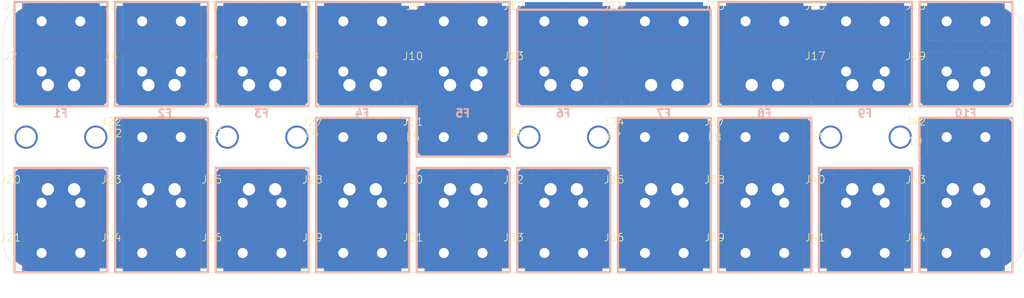
<source format=kicad_pcb>
(kicad_pcb (version 20240108) (generator "pcbnew") (generator_version "8.0")
  (layers (0 "F.Cu" signal) (31 "B.Cu" signal) (34 "B.Paste" user) (35 "F.Paste" user) (36 "B.SilkS" user "B.Silkscreen") (37 "F.SilkS" user "F.Silkscreen") (38 "B.Mask" user) (39 "F.Mask" user) (44 "Edge.Cuts" user))
  (net 0 "")
  (net 1 "Net-(J1-Pin_1)")
  (net 2 "Net-(J20-Pin_1)")
  (net 3 "Net-(J22-Pin_1)")
  (net 4 "Net-(J3-Pin_1)")
  (net 5 "Net-(J5-Pin_1)")
  (net 6 "Net-(J25-Pin_1)")
  (net 7 "Net-(J27-Pin_1)")
  (net 8 "Net-(J10-Pin_1)")
  (net 9 "Net-(J30-Pin_1)")
  (net 10 "Net-(J32-Pin_1)")
  (net 11 "Net-(J12-Pin_1)")
  (net 12 "Net-(J34-Pin_1)")
  (net 13 "Net-(J37-Pin_1)")
  (net 14 "Net-(J15-Pin_1)")
  (net 15 "Net-(J40-Pin_1)")
  (net 16 "Net-(J42-Pin_1)")
  (net 17 "Net-(J18-Pin_1)")
  (footprint "Connector:Connector_Blade" (layer "F.Cu") (at 93.5 115)
    (property "Reference" "J24" (at -4 -2 0) (layer "F.SilkS") (effects (font (thickness 0.1))))
    (property "Value" "Conn_01x01")
    (pad "1" thru_hole rect (at 0 0) (size 5 5) (drill 1.3) (layers "*.Cu" "*.Mask") (net 3 "Net-(J22-Pin_1)"))
    (pad "1" thru_hole rect (at 5 0) (size 5 5) (drill 1.3) (layers "*.Cu" "*.Mask") (net 3 "Net-(J22-Pin_1)"))
  )
  (footprint "Connector:Connector_Fuse_Keystone_3557" (layer "F.Cu") (at 94.3 106.75)
    (property "Reference" "F2" (at -4.3 -7.25 0) (layer "F.SilkS") (effects (font (thickness 0.1))))
    (property "Value" "Fuse")
    (pad "1" thru_hole rect (at 0 -13.5) (size 5 5) (drill 1.6) (layers "*.Cu" "*.Mask") (net 4 "Net-(J3-Pin_1)"))
    (pad "1" thru_hole rect (at 3.4 -13.5) (size 5 5) (drill 1.6) (layers "*.Cu" "*.Mask") (net 4 "Net-(J3-Pin_1)"))
    (pad "2" thru_hole rect (at 0 0) (size 5 5) (drill 1.6) (layers "*.Cu" "*.Mask") (net 3 "Net-(J22-Pin_1)"))
    (pad "2" thru_hole rect (at 3.4 0) (size 5 5) (drill 1.6) (layers "*.Cu" "*.Mask") (net 3 "Net-(J22-Pin_1)"))
  )
  (footprint "Connector:Connector_Blade" (layer "F.Cu") (at 132.5 115)
    (property "Reference" "J31" (at -4 -2 0) (layer "F.SilkS") (effects (font (thickness 0.1))))
    (property "Value" "Conn_01x01")
    (pad "1" thru_hole rect (at 0 0) (size 5 5) (drill 1.3) (layers "*.Cu" "*.Mask") (net 9 "Net-(J30-Pin_1)"))
    (pad "1" thru_hole rect (at 5 0) (size 5 5) (drill 1.3) (layers "*.Cu" "*.Mask") (net 9 "Net-(J30-Pin_1)"))
  )
  (footprint "Connector:Connector_Blade" (layer "F.Cu") (at 145.5 85)
    (property "Reference" "J12" (at -4 -2 0) (layer "F.SilkS") (effects (font (thickness 0.1))))
    (property "Value" "Conn_01x01")
    (pad "1" thru_hole rect (at 0 0) (size 5 5) (drill 1.3) (layers "*.Cu" "*.Mask") (net 11 "Net-(J12-Pin_1)"))
    (pad "1" thru_hole rect (at 5 0) (size 5 5) (drill 1.3) (layers "*.Cu" "*.Mask") (net 11 "Net-(J12-Pin_1)"))
  )
  (footprint "Connector:Connector_Blade" (layer "F.Cu") (at 197.5 108.5)
    (property "Reference" "J43" (at -4 -3 0) (layer "F.SilkS") (effects (font (thickness 0.1))))
    (property "Value" "Conn_01x01")
    (pad "1" thru_hole rect (at 0 0) (size 5 5) (drill 1.3) (layers "*.Cu" "*.Mask") (net 16 "Net-(J42-Pin_1)"))
    (pad "1" thru_hole rect (at 5 0) (size 5 5) (drill 1.3) (layers "*.Cu" "*.Mask") (net 16 "Net-(J42-Pin_1)"))
  )
  (footprint "Connector:Connector_Blade" (layer "F.Cu") (at 80.5 85)
    (property "Reference" "J1" (at -4 -2 0) (layer "F.SilkS") (effects (font (thickness 0.1))))
    (property "Value" "Conn_01x01")
    (pad "1" thru_hole rect (at 0 0) (size 5 5) (drill 1.3) (layers "*.Cu" "*.Mask") (net 1 "Net-(J1-Pin_1)"))
    (pad "1" thru_hole rect (at 5 0) (size 5 5) (drill 1.3) (layers "*.Cu" "*.Mask") (net 1 "Net-(J1-Pin_1)"))
  )
  (footprint "Connector:Connector_Blade" (layer "F.Cu") (at 106.5 115)
    (property "Reference" "J26" (at -4 -2 0) (layer "F.SilkS") (effects (font (thickness 0.1))))
    (property "Value" "Conn_01x01")
    (pad "1" thru_hole rect (at 0 0) (size 5 5) (drill 1.3) (layers "*.Cu" "*.Mask") (net 6 "Net-(J25-Pin_1)"))
    (pad "1" thru_hole rect (at 5 0) (size 5 5) (drill 1.3) (layers "*.Cu" "*.Mask") (net 6 "Net-(J25-Pin_1)"))
  )
  (footprint "Connector:Connector_Blade" (layer "F.Cu") (at 184.5 91.5)
    (property "Reference" "J17" (at -4 -2 0) (layer "F.SilkS") (effects (font (thickness 0.1))))
    (property "Value" "Conn_01x01")
    (pad "1" thru_hole rect (at 0 0) (size 5 5) (drill 1.3) (layers "*.Cu" "*.Mask") (net 14 "Net-(J15-Pin_1)"))
    (pad "1" thru_hole rect (at 5 0) (size 5 5) (drill 1.3) (layers "*.Cu" "*.Mask") (net 14 "Net-(J15-Pin_1)"))
  )
  (footprint "Connector:Connector_Blade" (layer "F.Cu") (at 132.5 108.5)
    (property "Reference" "J30" (at -4 -3 0) (layer "F.SilkS") (effects (font (thickness 0.1))))
    (property "Value" "Conn_01x01")
    (pad "1" thru_hole rect (at 0 0) (size 5 5) (drill 1.3) (layers "*.Cu" "*.Mask") (net 9 "Net-(J30-Pin_1)"))
    (pad "1" thru_hole rect (at 5 0) (size 5 5) (drill 1.3) (layers "*.Cu" "*.Mask") (net 9 "Net-(J30-Pin_1)"))
  )
  (footprint "Connector:Connector_Blade" (layer "F.Cu") (at 106.5 108.5)
    (property "Reference" "J25" (at -4 -3 0) (layer "F.SilkS") (effects (font (thickness 0.1))))
    (property "Value" "Conn_01x01")
    (pad "1" thru_hole rect (at 0 0) (size 5 5) (drill 1.3) (layers "*.Cu" "*.Mask") (net 6 "Net-(J25-Pin_1)"))
    (pad "1" thru_hole rect (at 5 0) (size 5 5) (drill 1.3) (layers "*.Cu" "*.Mask") (net 6 "Net-(J25-Pin_1)"))
  )
  (footprint "Connector:Connector_Blade" (layer "F.Cu") (at 93.5 91.5)
    (property "Reference" "J4" (at -4 -2 0) (layer "F.SilkS") (effects (font (thickness 0.1))))
    (property "Value" "Conn_01x01")
    (pad "1" thru_hole rect (at 0 0) (size 5 5) (drill 1.3) (layers "*.Cu" "*.Mask") (net 4 "Net-(J3-Pin_1)"))
    (pad "1" thru_hole rect (at 5 0) (size 5 5) (drill 1.3) (layers "*.Cu" "*.Mask") (net 4 "Net-(J3-Pin_1)"))
  )
  (footprint "Connector:Connector_Fuse_Keystone_3557" (layer "F.Cu") (at 133.3 106.75)
    (property "Reference" "F5" (at -4.8 -6.75 0) (layer "F.SilkS") (effects (font (thickness 0.1))))
    (property "Value" "Fuse")
    (pad "1" thru_hole rect (at 0 -13.5) (size 5 5) (drill 1.6) (layers "*.Cu" "*.Mask") (net 8 "Net-(J10-Pin_1)"))
    (pad "1" thru_hole rect (at 3.4 -13.5) (size 5 5) (drill 1.6) (layers "*.Cu" "*.Mask") (net 8 "Net-(J10-Pin_1)"))
    (pad "2" thru_hole rect (at 0 0) (size 5 5) (drill 1.6) (layers "*.Cu" "*.Mask") (net 9 "Net-(J30-Pin_1)"))
    (pad "2" thru_hole rect (at 3.4 0) (size 5 5) (drill 1.6) (layers "*.Cu" "*.Mask") (net 9 "Net-(J30-Pin_1)"))
  )
  (footprint "Connector:Connector_Blade" (layer "F.Cu") (at 119.5 85)
    (property "Reference" "J7" (at -4 -2 0) (layer "F.SilkS") (effects (font (thickness 0.1))))
    (property "Value" "Conn_01x01")
    (pad "1" thru_hole rect (at 0 0) (size 5 5) (drill 1.3) (layers "*.Cu" "*.Mask") (net 8 "Net-(J10-Pin_1)"))
    (pad "1" thru_hole rect (at 5 0) (size 5 5) (drill 1.3) (layers "*.Cu" "*.Mask") (net 8 "Net-(J10-Pin_1)"))
  )
  (footprint "Connector:Connector_Blade" (layer "F.Cu") (at 184.5 85)
    (property "Reference" "J16" (at -4 -2 0) (layer "F.SilkS") (effects (font (thickness 0.1))))
    (property "Value" "Conn_01x01")
    (pad "1" thru_hole rect (at 0 0) (size 5 5) (drill 1.3) (layers "*.Cu" "*.Mask") (net 14 "Net-(J15-Pin_1)"))
    (pad "1" thru_hole rect (at 5 0) (size 5 5) (drill 1.3) (layers "*.Cu" "*.Mask") (net 14 "Net-(J15-Pin_1)"))
  )
  (footprint "Connector:Connector_Blade" (layer "F.Cu") (at 119.5 100)
    (property "Reference" "J27" (at -4 -2 0) (layer "F.SilkS") (effects (font (thickness 0.1))))
    (property "Value" "Conn_01x01")
    (pad "1" thru_hole rect (at 0 0) (size 5 5) (drill 1.3) (layers "*.Cu" "*.Mask") (net 7 "Net-(J27-Pin_1)"))
    (pad "1" thru_hole rect (at 5 0) (size 5 5) (drill 1.3) (layers "*.Cu" "*.Mask") (net 7 "Net-(J27-Pin_1)"))
  )
  (footprint "Connector:Connector_Fuse_Keystone_3557" (layer "F.Cu") (at 107.3 106.75)
    (property "Reference" "F3" (at -4.3 -7.25 0) (layer "F.SilkS") (effects (font (thickness 0.1))))
    (property "Value" "Fuse")
    (pad "1" thru_hole rect (at 0 -13.5) (size 5 5) (drill 1.6) (layers "*.Cu" "*.Mask") (net 5 "Net-(J5-Pin_1)"))
    (pad "1" thru_hole rect (at 3.4 -13.5) (size 5 5) (drill 1.6) (layers "*.Cu" "*.Mask") (net 5 "Net-(J5-Pin_1)"))
    (pad "2" thru_hole rect (at 0 0) (size 5 5) (drill 1.6) (layers "*.Cu" "*.Mask") (net 6 "Net-(J25-Pin_1)"))
    (pad "2" thru_hole rect (at 3.4 0) (size 5 5) (drill 1.6) (layers "*.Cu" "*.Mask") (net 6 "Net-(J25-Pin_1)"))
  )
  (footprint "Connector:Connector_Fuse_Keystone_3557" (layer "F.Cu") (at 120.3 106.75)
    (property "Reference" "F4" (at -4.8 -7.25 0) (layer "F.SilkS") (effects (font (thickness 0.1))))
    (property "Value" "Fuse")
    (pad "1" thru_hole rect (at 0 -13.5) (size 5 5) (drill 1.6) (layers "*.Cu" "*.Mask") (net 8 "Net-(J10-Pin_1)"))
    (pad "1" thru_hole rect (at 3.4 -13.5) (size 5 5) (drill 1.6) (layers "*.Cu" "*.Mask") (net 8 "Net-(J10-Pin_1)"))
    (pad "2" thru_hole rect (at 0 0) (size 5 5) (drill 1.6) (layers "*.Cu" "*.Mask") (net 7 "Net-(J27-Pin_1)"))
    (pad "2" thru_hole rect (at 3.4 0) (size 5 5) (drill 1.6) (layers "*.Cu" "*.Mask") (net 7 "Net-(J27-Pin_1)"))
  )
  (footprint "Connector:Connector_Blade" (layer "F.Cu") (at 158.5 115)
    (property "Reference" "J36" (at -4 -2 0) (layer "F.SilkS") (effects (font (thickness 0.1))))
    (property "Value" "Conn_01x01")
    (pad "1" thru_hole rect (at 0 0) (size 5 5) (drill 1.3) (layers "*.Cu" "*.Mask") (net 12 "Net-(J34-Pin_1)"))
    (pad "1" thru_hole rect (at 5 0) (size 5 5) (drill 1.3) (layers "*.Cu" "*.Mask") (net 12 "Net-(J34-Pin_1)"))
  )
  (footprint "Connector:Connector_Blade" (layer "F.Cu") (at 197.5 100)
    (property "Reference" "J42" (at -4 -2 0) (layer "F.SilkS") (effects (font (thickness 0.1))))
    (property "Value" "Conn_01x01")
    (pad "1" thru_hole rect (at 0 0) (size 5 5) (drill 1.3) (layers "*.Cu" "*.Mask") (net 16 "Net-(J42-Pin_1)"))
    (pad "1" thru_hole rect (at 5 0) (size 5 5) (drill 1.3) (layers "*.Cu" "*.Mask") (net 16 "Net-(J42-Pin_1)"))
  )
  (footprint "Connector:Connector_Blade" (layer "F.Cu") (at 80.5 108.5)
    (property "Reference" "J20" (at -4 -3 0) (layer "F.SilkS") (effects (font (thickness 0.1))))
    (property "Value" "Conn_01x01")
    (pad "1" thru_hole rect (at 0 0) (size 5 5) (drill 1.3) (layers "*.Cu" "*.Mask") (net 2 "Net-(J20-Pin_1)"))
    (pad "1" thru_hole rect (at 5 0) (size 5 5) (drill 1.3) (layers "*.Cu" "*.Mask") (net 2 "Net-(J20-Pin_1)"))
  )
  (footprint "Connector:Connector_Blade" (layer "F.Cu") (at 197.5 91.5)
    (property "Reference" "J19" (at -4 -2 0) (layer "F.SilkS") (effects (font (thickness 0.1))))
    (property "Value" "Conn_01x01")
    (pad "1" thru_hole rect (at 0 0) (size 5 5) (drill 1.3) (layers "*.Cu" "*.Mask") (net 17 "Net-(J18-Pin_1)"))
    (pad "1" thru_hole rect (at 5 0) (size 5 5) (drill 1.3) (layers "*.Cu" "*.Mask") (net 17 "Net-(J18-Pin_1)"))
  )
  (footprint "Connector:Connector_Fuse_Keystone_3557" (layer "F.Cu") (at 172.3 106.75)
    (property "Reference" "F8" (at -4.8 -6.75 0) (layer "F.SilkS") (effects (font (thickness 0.1))))
    (property "Value" "Fuse")
    (pad "1" thru_hole rect (at 0 -13.5) (size 5 5) (drill 1.6) (layers "*.Cu" "*.Mask") (net 14 "Net-(J15-Pin_1)"))
    (pad "1" thru_hole rect (at 3.4 -13.5) (size 5 5) (drill 1.6) (layers "*.Cu" "*.Mask") (net 14 "Net-(J15-Pin_1)"))
    (pad "2" thru_hole rect (at 0 0) (size 5 5) (drill 1.6) (layers "*.Cu" "*.Mask") (net 13 "Net-(J37-Pin_1)"))
    (pad "2" thru_hole rect (at 3.4 0) (size 5 5) (drill 1.6) (layers "*.Cu" "*.Mask") (net 13 "Net-(J37-Pin_1)"))
  )
  (footprint "Connector:Connector_Blade" (layer "F.Cu") (at 119.5 91.5)
    (property "Reference" "J8" (at -4 -2 0) (layer "F.SilkS") (effects (font (thickness 0.1))))
    (property "Value" "Conn_01x01")
    (pad "1" thru_hole rect (at 0 0) (size 5 5) (drill 1.3) (layers "*.Cu" "*.Mask") (net 8 "Net-(J10-Pin_1)"))
    (pad "1" thru_hole rect (at 5 0) (size 5 5) (drill 1.3) (layers "*.Cu" "*.Mask") (net 8 "Net-(J10-Pin_1)"))
  )
  (footprint "Connector:Connector_Blade" (layer "F.Cu") (at 132.5 91.5)
    (property "Reference" "J10" (at -4 -2 0) (layer "F.SilkS") (effects (font (thickness 0.1))))
    (property "Value" "Conn_01x01")
    (pad "1" thru_hole rect (at 0 0) (size 5 5) (drill 1.3) (layers "*.Cu" "*.Mask") (net 8 "Net-(J10-Pin_1)"))
    (pad "1" thru_hole rect (at 5 0) (size 5 5) (drill 1.3) (layers "*.Cu" "*.Mask") (net 8 "Net-(J10-Pin_1)"))
  )
  (footprint "Connector:Connector_Blade" (layer "F.Cu") (at 93.5 108.5)
    (property "Reference" "J23" (at -4 -3 0) (layer "F.SilkS") (effects (font (thickness 0.1))))
    (property "Value" "Conn_01x01")
    (pad "1" thru_hole rect (at 0 0) (size 5 5) (drill 1.3) (layers "*.Cu" "*.Mask") (net 3 "Net-(J22-Pin_1)"))
    (pad "1" thru_hole rect (at 5 0) (size 5 5) (drill 1.3) (layers "*.Cu" "*.Mask") (net 3 "Net-(J22-Pin_1)"))
  )
  (footprint "Connector:Connector_Fuse_Keystone_3557" (layer "F.Cu") (at 159.3 106.75)
    (property "Reference" "F7" (at -4.8 -6.75 0) (layer "F.SilkS") (effects (font (thickness 0.1))))
    (property "Value" "Fuse")
    (pad "1" thru_hole rect (at 0 -13.5) (size 5 5) (drill 1.6) (layers "*.Cu" "*.Mask") (net 11 "Net-(J12-Pin_1)"))
    (pad "1" thru_hole rect (at 3.4 -13.5) (size 5 5) (drill 1.6) (layers "*.Cu" "*.Mask") (net 11 "Net-(J12-Pin_1)"))
    (pad "2" thru_hole rect (at 0 0) (size 5 5) (drill 1.6) (layers "*.Cu" "*.Mask") (net 12 "Net-(J34-Pin_1)"))
    (pad "2" thru_hole rect (at 3.4 0) (size 5 5) (drill 1.6) (layers "*.Cu" "*.Mask") (net 12 "Net-(J34-Pin_1)"))
  )
  (footprint "Connector:Connector_Blade" (layer "F.Cu") (at 132.5 100)
    (property "Reference" "J11" (at -4 -2 0) (layer "F.SilkS") (effects (font (thickness 0.1))))
    (property "Value" "Conn_01x01")
    (pad "1" thru_hole rect (at 0 0) (size 5 5) (drill 1.3) (layers "*.Cu" "*.Mask") (net 8 "Net-(J10-Pin_1)"))
    (pad "1" thru_hole rect (at 5 0) (size 5 5) (drill 1.3) (layers "*.Cu" "*.Mask") (net 8 "Net-(J10-Pin_1)"))
  )
  (footprint "Connector:Connector_Blade" (layer "F.Cu") (at 93.5 85)
    (property "Reference" "J3" (at -4 -2 0) (layer "F.SilkS") (effects (font (thickness 0.1))))
    (property "Value" "Conn_01x01")
    (pad "1" thru_hole rect (at 0 0) (size 5 5) (drill 1.3) (layers "*.Cu" "*.Mask") (net 4 "Net-(J3-Pin_1)"))
    (pad "1" thru_hole rect (at 5 0) (size 5 5) (drill 1.3) (layers "*.Cu" "*.Mask") (net 4 "Net-(J3-Pin_1)"))
  )
  (footprint "Connector:Connector_Blade" (layer "F.Cu") (at 80.5 91.5)
    (property "Reference" "J2" (at -4 -2 0) (layer "F.SilkS") (effects (font (thickness 0.1))))
    (property "Value" "Conn_01x01")
    (pad "1" thru_hole rect (at 0 0) (size 5 5) (drill 1.3) (layers "*.Cu" "*.Mask") (net 1 "Net-(J1-Pin_1)"))
    (pad "1" thru_hole rect (at 5 0) (size 5 5) (drill 1.3) (layers "*.Cu" "*.Mask") (net 1 "Net-(J1-Pin_1)"))
  )
  (footprint "Connector:Connector_Blade" (layer "F.Cu") (at 171.5 100)
    (property "Reference" "J37" (at -4 -2 0) (layer "F.SilkS") (effects (font (thickness 0.1))))
    (property "Value" "Conn_01x01")
    (pad "1" thru_hole rect (at 0 0) (size 5 5) (drill 1.3) (layers "*.Cu" "*.Mask") (net 13 "Net-(J37-Pin_1)"))
    (pad "1" thru_hole rect (at 5 0) (size 5 5) (drill 1.3) (layers "*.Cu" "*.Mask") (net 13 "Net-(J37-Pin_1)"))
  )
  (footprint "Connector:Connector_Blade" (layer "F.Cu") (at 106.5 91.5)
    (property "Reference" "J6" (at -4 -2 0) (layer "F.SilkS") (effects (font (thickness 0.1))))
    (property "Value" "Conn_01x01")
    (pad "1" thru_hole rect (at 0 0) (size 5 5) (drill 1.3) (layers "*.Cu" "*.Mask") (net 5 "Net-(J5-Pin_1)"))
    (pad "1" thru_hole rect (at 5 0) (size 5 5) (drill 1.3) (layers "*.Cu" "*.Mask") (net 5 "Net-(J5-Pin_1)"))
  )
  (footprint "Connector:Connector_Fuse_Keystone_3557" (layer "F.Cu") (at 81.3 106.75)
    (property "Reference" "F1" (at -3.8 -7.25 0) (layer "F.SilkS") (effects (font (thickness 0.1))))
    (property "Value" "Fuse")
    (pad "1" thru_hole rect (at 0 -13.5) (size 5 5) (drill 1.6) (layers "*.Cu" "*.Mask") (net 1 "Net-(J1-Pin_1)"))
    (pad "1" thru_hole rect (at 3.4 -13.5) (size 5 5) (drill 1.6) (layers "*.Cu" "*.Mask") (net 1 "Net-(J1-Pin_1)"))
    (pad "2" thru_hole rect (at 0 0) (size 5 5) (drill 1.6) (layers "*.Cu" "*.Mask") (net 2 "Net-(J20-Pin_1)"))
    (pad "2" thru_hole rect (at 3.4 0) (size 5 5) (drill 1.6) (layers "*.Cu" "*.Mask") (net 2 "Net-(J20-Pin_1)"))
  )
  (footprint "Connector:Connector_Blade" (layer "F.Cu") (at 80.5 115)
    (property "Reference" "J21" (at -4 -2 0) (layer "F.SilkS") (effects (font (thickness 0.1))))
    (property "Value" "Conn_01x01")
    (pad "1" thru_hole rect (at 0 0) (size 5 5) (drill 1.3) (layers "*.Cu" "*.Mask") (net 2 "Net-(J20-Pin_1)"))
    (pad "1" thru_hole rect (at 5 0) (size 5 5) (drill 1.3) (layers "*.Cu" "*.Mask") (net 2 "Net-(J20-Pin_1)"))
  )
  (footprint "Connector:Connector_Blade" (layer "F.Cu") (at 184.5 108.5)
    (property "Reference" "J40" (at -4 -3 0) (layer "F.SilkS") (effects (font (thickness 0.1))))
    (property "Value" "Conn_01x01")
    (pad "1" thru_hole rect (at 0 0) (size 5 5) (drill 1.3) (layers "*.Cu" "*.Mask") (net 15 "Net-(J40-Pin_1)"))
    (pad "1" thru_hole rect (at 5 0) (size 5 5) (drill 1.3) (layers "*.Cu" "*.Mask") (net 15 "Net-(J40-Pin_1)"))
  )
  (footprint "Connector:Connector_Fuse_Keystone_3557" (layer "F.Cu") (at 185.3 106.75)
    (property "Reference" "F9" (at -4.3 -6.75 0) (layer "F.SilkS") (effects (font (thickness 0.1))))
    (property "Value" "Fuse")
    (pad "1" thru_hole rect (at 0 -13.5) (size 5 5) (drill 1.6) (layers "*.Cu" "*.Mask") (net 14 "Net-(J15-Pin_1)"))
    (pad "1" thru_hole rect (at 3.4 -13.5) (size 5 5) (drill 1.6) (layers "*.Cu" "*.Mask") (net 14 "Net-(J15-Pin_1)"))
    (pad "2" thru_hole rect (at 0 0) (size 5 5) (drill 1.6) (layers "*.Cu" "*.Mask") (net 15 "Net-(J40-Pin_1)"))
    (pad "2" thru_hole rect (at 3.4 0) (size 5 5) (drill 1.6) (layers "*.Cu" "*.Mask") (net 15 "Net-(J40-Pin_1)"))
  )
  (footprint "Connector:Connector_Blade" (layer "F.Cu") (at 184.5 115)
    (property "Reference" "J41" (at -4 -2 0) (layer "F.SilkS") (effects (font (thickness 0.1))))
    (property "Value" "Conn_01x01")
    (pad "1" thru_hole rect (at 0 0) (size 5 5) (drill 1.3) (layers "*.Cu" "*.Mask") (net 15 "Net-(J40-Pin_1)"))
    (pad "1" thru_hole rect (at 5 0) (size 5 5) (drill 1.3) (layers "*.Cu" "*.Mask") (net 15 "Net-(J40-Pin_1)"))
  )
  (footprint "Connector:Connector_Blade" (layer "F.Cu") (at 145.5 91.5)
    (property "Reference" "J13" (at -4 -2 0) (layer "F.SilkS") (effects (font (thickness 0.1))))
    (property "Value" "Conn_01x01")
    (pad "1" thru_hole rect (at 0 0) (size 5 5) (drill 1.3) (layers "*.Cu" "*.Mask") (net 11 "Net-(J12-Pin_1)"))
    (pad "1" thru_hole rect (at 5 0) (size 5 5) (drill 1.3) (layers "*.Cu" "*.Mask") (net 11 "Net-(J12-Pin_1)"))
  )
  (footprint "Connector:Connector_Blade" (layer "F.Cu") (at 171.5 115)
    (property "Reference" "J39" (at -4 -2 0) (layer "F.SilkS") (effects (font (thickness 0.1))))
    (property "Value" "Conn_01x01")
    (pad "1" thru_hole rect (at 0 0) (size 5 5) (drill 1.3) (layers "*.Cu" "*.Mask") (net 13 "Net-(J37-Pin_1)"))
    (pad "1" thru_hole rect (at 5 0) (size 5 5) (drill 1.3) (layers "*.Cu" "*.Mask") (net 13 "Net-(J37-Pin_1)"))
  )
  (footprint "Connector:Connector_Blade" (layer "F.Cu") (at 171.5 85)
    (property "Reference" "J15" (at -4 -2 0) (layer "F.SilkS") (effects (font (thickness 0.1))))
    (property "Value" "Conn_01x01")
    (pad "1" thru_hole rect (at 0 0) (size 5 5) (drill 1.3) (layers "*.Cu" "*.Mask") (net 14 "Net-(J15-Pin_1)"))
    (pad "1" thru_hole rect (at 5 0) (size 5 5) (drill 1.3) (layers "*.Cu" "*.Mask") (net 14 "Net-(J15-Pin_1)"))
  )
  (footprint "Connector:Connector_Blade" (layer "F.Cu") (at 171.5 108.5)
    (property "Reference" "J38" (at -4 -3 0) (layer "F.SilkS") (effects (font (thickness 0.1))))
    (property "Value" "Conn_01x01")
    (pad "1" thru_hole rect (at 0 0) (size 5 5) (drill 1.3) (layers "*.Cu" "*.Mask") (net 13 "Net-(J37-Pin_1)"))
    (pad "1" thru_hole rect (at 5 0) (size 5 5) (drill 1.3) (layers "*.Cu" "*.Mask") (net 13 "Net-(J37-Pin_1)"))
  )
  (footprint "Connector:Connector_Blade" (layer "F.Cu") (at 158.5 100)
    (property "Reference" "J34" (at -4 -2 0) (layer "F.SilkS") (effects (font (thickness 0.1))))
    (property "Value" "Conn_01x01")
    (pad "1" thru_hole rect (at 0 0) (size 5 5) (drill 1.3) (layers "*.Cu" "*.Mask") (net 12 "Net-(J34-Pin_1)"))
    (pad "1" thru_hole rect (at 5 0) (size 5 5) (drill 1.3) (layers "*.Cu" "*.Mask") (net 12 "Net-(J34-Pin_1)"))
  )
  (footprint "Connector:Connector_Blade" (layer "F.Cu") (at 145.5 108.5)
    (property "Reference" "J32" (at -4 -3 0) (layer "F.SilkS") (effects (font (thickness 0.1))))
    (property "Value" "Conn_01x01")
    (pad "1" thru_hole rect (at 0 0) (size 5 5) (drill 1.3) (layers "*.Cu" "*.Mask") (net 10 "Net-(J32-Pin_1)"))
    (pad "1" thru_hole rect (at 5 0) (size 5 5) (drill 1.3) (layers "*.Cu" "*.Mask") (net 10 "Net-(J32-Pin_1)"))
  )
  (footprint "Connector:Connector_Blade" (layer "F.Cu") (at 106.5 85)
    (property "Reference" "J5" (at -4 -2 0) (layer "F.SilkS") (effects (font (thickness 0.1))))
    (property "Value" "Conn_01x01")
    (pad "1" thru_hole rect (at 0 0) (size 5 5) (drill 1.3) (layers "*.Cu" "*.Mask") (net 5 "Net-(J5-Pin_1)"))
    (pad "1" thru_hole rect (at 5 0) (size 5 5) (drill 1.3) (layers "*.Cu" "*.Mask") (net 5 "Net-(J5-Pin_1)"))
  )
  (footprint "Connector:Connector_Blade" (layer "F.Cu") (at 158.5 85)
    (property "Reference" "J14" (at -4 -2 0) (layer "F.SilkS") (effects (font (thickness 0.1))))
    (property "Value" "Conn_01x01")
    (pad "1" thru_hole rect (at 0 0) (size 5 5) (drill 1.3) (layers "*.Cu" "*.Mask") (net 11 "Net-(J12-Pin_1)"))
    (pad "1" thru_hole rect (at 5 0) (size 5 5) (drill 1.3) (layers "*.Cu" "*.Mask") (net 11 "Net-(J12-Pin_1)"))
  )
  (footprint "Connector:Connector_Blade" (layer "F.Cu") (at 119.5 115)
    (property "Reference" "J29" (at -4 -2 0) (layer "F.SilkS") (effects (font (thickness 0.1))))
    (property "Value" "Conn_01x01")
    (pad "1" thru_hole rect (at 0 0) (size 5 5) (drill 1.3) (layers "*.Cu" "*.Mask") (net 7 "Net-(J27-Pin_1)"))
    (pad "1" thru_hole rect (at 5 0) (size 5 5) (drill 1.3) (layers "*.Cu" "*.Mask") (net 7 "Net-(J27-Pin_1)"))
  )
  (footprint "Connector:Connector_Blade" (layer "F.Cu") (at 132.5 85)
    (property "Reference" "J9" (at -4 -2 0) (layer "F.SilkS") (effects (font (thickness 0.1))))
    (property "Value" "Conn_01x01")
    (pad "1" thru_hole rect (at 0 0) (size 5 5) (drill 1.3) (layers "*.Cu" "*.Mask") (net 8 "Net-(J10-Pin_1)"))
    (pad "1" thru_hole rect (at 5 0) (size 5 5) (drill 1.3) (layers "*.Cu" "*.Mask") (net 8 "Net-(J10-Pin_1)"))
  )
  (footprint "Connector:Connector_Fuse_Keystone_3557" (layer "F.Cu") (at 198.3 106.75)
    (property "Reference" "F10" (at -5.3 -6.25 0) (layer "F.SilkS") (effects (font (thickness 0.1))))
    (property "Value" "Fuse")
    (pad "1" thru_hole rect (at 0 -13.5) (size 5 5) (drill 1.6) (layers "*.Cu" "*.Mask") (net 17 "Net-(J18-Pin_1)"))
    (pad "1" thru_hole rect (at 3.4 -13.5) (size 5 5) (drill 1.6) (layers "*.Cu" "*.Mask") (net 17 "Net-(J18-Pin_1)"))
    (pad "2" thru_hole rect (at 0 0) (size 5 5) (drill 1.6) (layers "*.Cu" "*.Mask") (net 16 "Net-(J42-Pin_1)"))
    (pad "2" thru_hole rect (at 3.4 0) (size 5 5) (drill 1.6) (layers "*.Cu" "*.Mask") (net 16 "Net-(J42-Pin_1)"))
  )
  (footprint "Connector:Connector_Blade" (layer "F.Cu") (at 197.5 85)
    (property "Reference" "J18" (at -4 -2 0) (layer "F.SilkS") (effects (font (thickness 0.1))))
    (property "Value" "Conn_01x01")
    (pad "1" thru_hole rect (at 0 0) (size 5 5) (drill 1.3) (layers "*.Cu" "*.Mask") (net 17 "Net-(J18-Pin_1)"))
    (pad "1" thru_hole rect (at 5 0) (size 5 5) (drill 1.3) (layers "*.Cu" "*.Mask") (net 17 "Net-(J18-Pin_1)"))
  )
  (footprint "Connector:Connector_Blade" (layer "F.Cu") (at 158.5 108.5)
    (property "Reference" "J35" (at -4 -3 0) (layer "F.SilkS") (effects (font (thickness 0.1))))
    (property "Value" "Conn_01x01")
    (pad "1" thru_hole rect (at 0 0) (size 5 5) (drill 1.3) (layers "*.Cu" "*.Mask") (net 12 "Net-(J34-Pin_1)"))
    (pad "1" thru_hole rect (at 5 0) (size 5 5) (drill 1.3) (layers "*.Cu" "*.Mask") (net 12 "Net-(J34-Pin_1)"))
  )
  (footprint "Connector:Connector_Blade" (layer "F.Cu") (at 119.5 108.5)
    (property "Reference" "J28" (at -4 -3 0) (layer "F.SilkS") (effects (font (thickness 0.1))))
    (property "Value" "Conn_01x01")
    (pad "1" thru_hole rect (at 0 0) (size 5 5) (drill 1.3) (layers "*.Cu" "*.Mask") (net 7 "Net-(J27-Pin_1)"))
    (pad "1" thru_hole rect (at 5 0) (size 5 5) (drill 1.3) (layers "*.Cu" "*.Mask") (net 7 "Net-(J27-Pin_1)"))
  )
  (footprint "Connector:Connector_Fuse_Keystone_3557" (layer "F.Cu") (at 146.3 106.75)
    (property "Reference" "F6" (at -4.3 -7.25 0) (layer "F.SilkS") (effects (font (thickness 0.1))))
    (property "Value" "Fuse")
    (pad "1" thru_hole rect (at 0 -13.5) (size 5 5) (drill 1.6) (layers "*.Cu" "*.Mask") (net 11 "Net-(J12-Pin_1)"))
    (pad "1" thru_hole rect (at 3.4 -13.5) (size 5 5) (drill 1.6) (layers "*.Cu" "*.Mask") (net 11 "Net-(J12-Pin_1)"))
    (pad "2" thru_hole rect (at 0 0) (size 5 5) (drill 1.6) (layers "*.Cu" "*.Mask") (net 10 "Net-(J32-Pin_1)"))
    (pad "2" thru_hole rect (at 3.4 0) (size 5 5) (drill 1.6) (layers "*.Cu" "*.Mask") (net 10 "Net-(J32-Pin_1)"))
  )
  (footprint "Connector:Connector_Blade" (layer "F.Cu") (at 145.5 115)
    (property "Reference" "J33" (at -4 -2 0) (layer "F.SilkS") (effects (font (thickness 0.1))))
    (property "Value" "Conn_01x01")
    (pad "1" thru_hole rect (at 0 0) (size 5 5) (drill 1.3) (layers "*.Cu" "*.Mask") (net 10 "Net-(J32-Pin_1)"))
    (pad "1" thru_hole rect (at 5 0) (size 5 5) (drill 1.3) (layers "*.Cu" "*.Mask") (net 10 "Net-(J32-Pin_1)"))
  )
  (footprint "Connector:Connector_Blade" (layer "F.Cu") (at 93.5 100)
    (property "Reference" "J22" (at -4 -2 0) (layer "F.SilkS") (effects (font (thickness 0.1))))
    (property "Value" "Conn_01x01")
    (pad "1" thru_hole rect (at 0 0) (size 5 5) (drill 1.3) (layers "*.Cu" "*.Mask") (net 3 "Net-(J22-Pin_1)"))
    (pad "1" thru_hole rect (at 5 0) (size 5 5) (drill 1.3) (layers "*.Cu" "*.Mask") (net 3 "Net-(J22-Pin_1)"))
  )
  (footprint "Connector:Connector_Blade" (layer "F.Cu") (at 197.5 115)
    (property "Reference" "J44" (at -4 -2 0) (layer "F.SilkS") (effects (font (thickness 0.1))))
    (property "Value" "Conn_01x01")
    (pad "1" thru_hole rect (at 0 0) (size 5 5) (drill 1.3) (layers "*.Cu" "*.Mask") (net 16 "Net-(J42-Pin_1)"))
    (pad "1" thru_hole rect (at 5 0) (size 5 5) (drill 1.3) (layers "*.Cu" "*.Mask") (net 16 "Net-(J42-Pin_1)"))
  )
  (gr_line (start 129 102.5) (end 129 96) (stroke (width 0.3)) (layer "B.SilkS"))
  (gr_rect (start 129 104) (end 141 117.5) (stroke (width 0.3)) (fill none) (layer "B.SilkS"))
  (gr_rect (start 142 104) (end 154 117.5) (stroke (width 0.3)) (fill none) (layer "B.SilkS"))
  (gr_rect (start 90 82.5) (end 102 96) (stroke (width 0.3)) (fill none) (layer "B.SilkS"))
  (gr_rect (start 77 82.5) (end 89 96) (stroke (width 0.3)) (fill none) (layer "B.SilkS"))
  (gr_rect (start 103 104) (end 115 117.5) (stroke (width 0.3)) (fill none) (layer "B.SilkS"))
  (gr_rect (start 116 97.5) (end 128 117.5) (stroke (width 0.3)) (fill none) (layer "B.SilkS"))
  (gr_rect (start 168 97.5) (end 180 117.5) (stroke (width 0.3)) (fill none) (layer "B.SilkS"))
  (gr_line (start 141 82.5) (end 141 102.5) (stroke (width 0.3)) (layer "B.SilkS"))
  (gr_rect (start 90 97.5) (end 102 117.5) (stroke (width 0.3)) (fill none) (layer "B.SilkS"))
  (gr_line (start 116 82.5) (end 141 82.5) (stroke (width 0.3)) (layer "B.SilkS"))
  (gr_rect (start 142 83.5) (end 167 96) (stroke (width 0.3)) (fill none) (layer "B.SilkS"))
  (gr_rect (start 168 82.5) (end 193 96) (stroke (width 0.3)) (fill none) (layer "B.SilkS"))
  (gr_line (start 141 102.5) (end 129 102.5) (stroke (width 0.3)) (layer "B.SilkS"))
  (gr_rect (start 181 104) (end 193 117.5) (stroke (width 0.3)) (fill none) (layer "B.SilkS"))
  (gr_line (start 129 96) (end 116 96) (stroke (width 0.3)) (layer "B.SilkS"))
  (gr_rect (start 194 82.5) (end 206 96) (stroke (width 0.3)) (fill none) (layer "B.SilkS"))
  (gr_rect (start 103 82.5) (end 115 96) (stroke (width 0.3)) (fill none) (layer "B.SilkS"))
  (gr_rect (start 155 97.5) (end 167 117.5) (stroke (width 0.3)) (fill none) (layer "B.SilkS"))
  (gr_rect (start 194 97.5) (end 206 117.5) (stroke (width 0.3)) (fill none) (layer "B.SilkS"))
  (gr_rect (start 77 104) (end 89 117.5) (stroke (width 0.3)) (fill none) (layer "B.SilkS"))
  (gr_line (start 116 96) (end 116 82.5) (stroke (width 0.3)) (layer "B.SilkS"))
  (gr_line (start 75.5 113.5) (end 75.5 86.5) (stroke (width 0.05)) (layer "Edge.Cuts"))
  (gr_line (start 203.5 117.5) (end 79.5 117.5) (stroke (width 0.05)) (layer "Edge.Cuts"))
  (gr_arc (start 207.5 113.5) (mid 206.328427 116.328427) (end 203.5 117.5) (stroke (width 0.05)) (layer "Edge.Cuts"))
  (gr_line (start 207.5 86.5) (end 207.5 113.5) (stroke (width 0.05)) (layer "Edge.Cuts"))
  (gr_arc (start 203.5 82.5) (mid 206.328427 83.671573) (end 207.5 86.5) (stroke (width 0.05)) (layer "Edge.Cuts"))
  (gr_line (start 79.5 82.5) (end 203.5 82.5) (stroke (width 0.05)) (layer "Edge.Cuts"))
  (gr_arc (start 75.5 86.5) (mid 76.671573 83.671573) (end 79.5 82.5) (stroke (width 0.05)) (layer "Edge.Cuts"))
  (gr_arc (start 79.5 117.5) (mid 76.671573 116.328427) (end 75.5 113.5) (stroke (width 0.05)) (layer "Edge.Cuts"))
  (gr_text "F2" (at 97.5 97.5 0) (layer "B.SilkS") (effects (font (size 1 1) (thickness 0.25)) (justify left bottom mirror)))
  (gr_text "F10" (at 201.5 97.5 0) (layer "B.SilkS") (effects (font (size 1 1) (thickness 0.25) (bold yes)) (justify left bottom mirror)))
  (gr_text "F3" (at 110 97.5 0) (layer "B.SilkS") (effects (font (size 1 1) (thickness 0.25) (bold yes)) (justify left bottom mirror)))
  (gr_text "F4" (at 123 97.5 0) (layer "B.SilkS") (effects (font (size 1 1) (thickness 0.25) (bold yes)) (justify left bottom mirror)))
  (gr_text "F8" (at 175 97.5 0) (layer "B.SilkS") (effects (font (size 1 1) (thickness 0.25) (bold yes)) (justify left bottom mirror)))
  (gr_text "F5" (at 136 97.5 0) (layer "B.SilkS") (effects (font (size 1 1) (thickness 0.25) (bold yes)) (justify left bottom mirror)))
  (gr_text "F1" (at 84 97.5 0) (layer "B.SilkS") (effects (font (size 1 1) (thickness 0.25) (bold yes)) (justify left bottom mirror)))
  (gr_text "F6" (at 149 97.5 0) (layer "B.SilkS") (effects (font (size 1 1) (thickness 0.25) (bold yes)) (justify left bottom mirror)))
  (gr_text "F7" (at 162 97.5 0) (layer "B.SilkS") (effects (font (size 1 1) (thickness 0.25) (bold yes)) (justify left bottom mirror)))
  (gr_text "F9" (at 188 97.5 0) (layer "B.SilkS") (effects (font (size 1 1) (thickness 0.25) (bold yes)) (justify left bottom mirror)))
  (via (at 78.5 100) (size 3) (drill 2.5) (layers "F.Cu" "B.Cu") (net 0))
  (via (at 104.5 100) (size 3) (drill 2.5) (layers "F.Cu" "B.Cu") (net 3))
  (via (at 87.5 100) (size 3) (drill 2.5) (layers "F.Cu" "B.Cu") (net 3))
  (via (at 113.5 100) (size 3) (drill 2.5) (layers "F.Cu" "B.Cu") (net 7))
  (via (at 143.5 100) (size 3) (drill 2.5) (layers "F.Cu" "B.Cu") (net 8))
  (via (at 152.5 100) (size 3) (drill 2.5) (layers "F.Cu" "B.Cu") (net 12))
  (via (at 182.5 100) (size 3) (drill 2.5) (layers "F.Cu" "B.Cu") (net 13))
  (via (at 191.5 100) (size 3) (drill 2.5) (layers "F.Cu" "B.Cu") (net 16))
  (zone (net 10) (net_name "Net-(J32-Pin_1)") (layer "F.Cu") (priority 35) (connect_pads (clearance 0)) (min_thickness 0.25) (fill yes (thermal_gap 0) (thermal_bridge_width 0.5))
    (polygon (pts (xy 153 116.5) (xy 143 116.5) (xy 143 105) (xy 153 105)))
  )
  (zone (net 8) (net_name "Net-(J10-Pin_1)") (layer "F.Cu") (priority 26) (connect_pads (clearance 0)) (min_thickness 0.25) (fill yes (thermal_gap 0) (thermal_bridge_width 0.5))
    (polygon (pts (xy 117 83.5) (xy 140 83.5) (xy 140 95) (xy 117 95)))
  )
  (zone (net 8) (net_name "Net-(J10-Pin_1)") (layer "F.Cu") (priority 27) (connect_pads (clearance 0)) (min_thickness 0.25) (fill yes (thermal_gap 0) (thermal_bridge_width 0.5))
    (polygon (pts (xy 130 102.5) (xy 130 95) (xy 140 95) (xy 140 102.5)))
  )
  (zone (net 3) (net_name "Net-(J22-Pin_1)") (layer "F.Cu") (priority 39) (connect_pads (clearance 0)) (min_thickness 0.25) (fill yes (thermal_gap 0) (thermal_bridge_width 0.5))
    (polygon (pts (xy 91 97.5) (xy 101 97.5) (xy 101 116.5) (xy 91 116.5)))
  )
  (zone (net 11) (net_name "Net-(J12-Pin_1)") (layer "F.Cu") (priority 28) (connect_pads (clearance 0)) (min_thickness 0.25) (fill yes (thermal_gap 0) (thermal_bridge_width 0.5))
    (polygon (pts (xy 143 83.5) (xy 166 83.5) (xy 166 95) (xy 143 95)))
  )
  (zone (net 9) (net_name "Net-(J30-Pin_1)") (layer "F.Cu") (priority 36) (connect_pads (clearance 0)) (min_thickness 0.25) (fill yes (thermal_gap 0) (thermal_bridge_width 0.5))
    (polygon (pts (xy 140 116.5) (xy 130 116.5) (xy 130 105) (xy 140 105)))
  )
  (zone (net 6) (net_name "Net-(J25-Pin_1)") (layer "F.Cu") (priority 38) (connect_pads (clearance 0)) (min_thickness 0.25) (fill yes (thermal_gap 0) (thermal_bridge_width 0.5))
    (polygon (pts (xy 114 116.5) (xy 104 116.5) (xy 104 105) (xy 114 105)))
  )
  (zone (net 15) (net_name "Net-(J40-Pin_1)") (layer "F.Cu") (priority 32) (connect_pads (clearance 0)) (min_thickness 0.25) (fill yes (thermal_gap 0) (thermal_bridge_width 0.5))
    (polygon (pts (xy 182 116.5) (xy 182 105) (xy 192 105) (xy 192 116.5)))
  )
  (zone (net 12) (net_name "Net-(J34-Pin_1)") (layer "F.Cu") (priority 34) (connect_pads (clearance 0)) (min_thickness 0.25) (fill yes (thermal_gap 0) (thermal_bridge_width 0.5))
    (polygon (pts (xy 166 116.5) (xy 156 116.5) (xy 156 97.5) (xy 166 97.5)))
  )
  (zone (net 1) (net_name "Net-(J1-Pin_1)") (layer "F.Cu") (priority 23) (connect_pads (clearance 0)) (min_thickness 0.25) (fill yes (thermal_gap 0) (thermal_bridge_width 0.5))
    (polygon (pts (xy 78 83.5) (xy 88 83.5) (xy 88 95) (xy 78 95)))
  )
  (zone (net 2) (net_name "Net-(J20-Pin_1)") (layer "F.Cu") (priority 40) (connect_pads (clearance 0)) (min_thickness 0.25) (fill yes (thermal_gap 0) (thermal_bridge_width 0.5))
    (polygon (pts (xy 88 116.5) (xy 78 116.5) (xy 78 105) (xy 88 105)))
  )
  (zone (net 16) (net_name "Net-(J42-Pin_1)") (layer "F.Cu") (priority 31) (connect_pads (clearance 0)) (min_thickness 0.25) (fill yes (thermal_gap 0) (thermal_bridge_width 0.5))
    (polygon (pts (xy 195 97.5) (xy 205 97.5) (xy 205 116.5) (xy 195 116.5)))
  )
  (zone (net 5) (net_name "Net-(J5-Pin_1)") (layer "F.Cu") (priority 25) (connect_pads (clearance 0)) (min_thickness 0.25) (fill yes (thermal_gap 0) (thermal_bridge_width 0.5))
    (polygon (pts (xy 104 83.5) (xy 114 83.5) (xy 114 95) (xy 104 95)))
  )
  (zone (net 17) (net_name "Net-(J18-Pin_1)") (layer "F.Cu") (priority 30) (connect_pads (clearance 0)) (min_thickness 0.25) (fill yes (thermal_gap 0.5) (thermal_bridge_width 0.5))
    (polygon (pts (xy 195 83.5) (xy 205 83.5) (xy 205 95) (xy 195 95)))
  )
  (zone (net 14) (net_name "Net-(J15-Pin_1)") (layer "F.Cu") (priority 29) (connect_pads (clearance 0)) (min_thickness 0.25) (fill yes (thermal_gap 0) (thermal_bridge_width 0.5))
    (polygon (pts (xy 169 83.5) (xy 192 83.5) (xy 192 95) (xy 169 95)))
  )
  (zone (net 4) (net_name "Net-(J3-Pin_1)") (layer "F.Cu") (priority 24) (connect_pads (clearance 0)) (min_thickness 0.25) (fill yes (thermal_gap 0) (thermal_bridge_width 0.5))
    (polygon (pts (xy 91 83.5) (xy 101 83.5) (xy 101 95) (xy 91 95)))
  )
  (zone (net 7) (net_name "Net-(J27-Pin_1)") (layer "F.Cu") (priority 37) (connect_pads (clearance 0)) (min_thickness 0.25) (fill yes (thermal_gap 0) (thermal_bridge_width 0.5))
    (polygon (pts (xy 127 116.5) (xy 117 116.5) (xy 117 97.5) (xy 127 97.5)))
  )
  (zone (net 13) (net_name "Net-(J37-Pin_1)") (layer "F.Cu") (priority 33) (connect_pads (clearance 0)) (min_thickness 0.25) (fill yes (thermal_gap 0) (thermal_bridge_width 0.5))
    (polygon (pts (xy 179 116.5) (xy 169 116.5) (xy 169 97.5) (xy 179 97.5)))
  )
  (zone (net 17) (net_name "Net-(J18-Pin_1)") (layer "B.Cu") (priority 20) (connect_pads (clearance 0)) (min_thickness 0.025) (fill yes (thermal_gap 0) (thermal_bridge_width 0.025) (smoothing fillet) (radius 1) (island_removal_mode 1) (island_area_min 10))
    (polygon (pts (xy 194 82.5) (xy 206 82.5) (xy 206 96) (xy 194 96)))
  )
  (zone (net 5) (net_name "Net-(J5-Pin_1)") (layer "B.Cu") (priority 4) (connect_pads (clearance 0)) (min_thickness 0.025) (fill yes (thermal_gap 0) (thermal_bridge_width 0.025) (smoothing fillet) (radius 1) (island_removal_mode 1) (island_area_min 10))
    (polygon (pts (xy 103 82.5) (xy 115 82.5) (xy 115 96) (xy 103 96)))
  )
  (zone (net 13) (net_name "Net-(J37-Pin_1)") (layer "B.Cu") (priority 16) (connect_pads (clearance 0)) (min_thickness 0.025) (fill yes (thermal_gap 0) (thermal_bridge_width 0.025) (smoothing fillet) (radius 1) (island_removal_mode 1) (island_area_min 10))
    (polygon (pts (xy 168 97.5) (xy 180 97.5) (xy 180 117.5) (xy 168 117.5)))
  )
  (zone (net 8) (net_name "Net-(J10-Pin_1)") (layer "B.Cu") (priority 6) (connect_pads (clearance 0)) (min_thickness 0.025) (fill yes (thermal_gap 0) (thermal_bridge_width 0.025) (smoothing fillet) (radius 1) (island_removal_mode 1) (island_area_min 10))
    (polygon (pts (xy 116 82.5) (xy 128 82.5) (xy 128 96) (xy 116 96)))
  )
  (zone (net 9) (net_name "Net-(J30-Pin_1)") (layer "B.Cu") (priority 22) (connect_pads (clearance 0)) (min_thickness 0.025) (fill yes (thermal_gap 0) (thermal_bridge_width 0.025) (smoothing fillet) (radius 1) (island_removal_mode 1) (island_area_min 10))
    (polygon (pts (xy 129 104) (xy 141 104) (xy 141 117.5) (xy 129 117.5)))
  )
  (zone (net 12) (net_name "Net-(J34-Pin_1)") (layer "B.Cu") (priority 14) (connect_pads (clearance 0)) (min_thickness 0.025) (fill yes (thermal_gap 0) (thermal_bridge_width 0.025) (smoothing fillet) (radius 1) (island_removal_mode 1) (island_area_min 10))
    (polygon (pts (xy 155 97.5) (xy 167 97.5) (xy 167 117.5) (xy 155 117.5)))
  )
  (zone (net 6) (net_name "Net-(J25-Pin_1)") (layer "B.Cu") (priority 5) (connect_pads (clearance 0)) (min_thickness 0.025) (fill yes (thermal_gap 0) (thermal_bridge_width 0.025) (smoothing fillet) (radius 1) (island_removal_mode 1) (island_area_min 10))
    (polygon (pts (xy 103 104) (xy 115 104) (xy 115 117.5) (xy 103 117.5)))
  )
  (zone (net 7) (net_name "Net-(J27-Pin_1)") (layer "B.Cu") (priority 7) (connect_pads (clearance 0)) (min_thickness 0.025) (fill yes (thermal_gap 0) (thermal_bridge_width 0.025) (smoothing fillet) (radius 1) (island_removal_mode 1) (island_area_min 10))
    (polygon (pts (xy 116 97.5) (xy 128 97.5) (xy 128 117.5) (xy 116 117.5)))
  )
  (zone (net 3) (net_name "Net-(J22-Pin_1)") (layer "B.Cu") (priority 3) (connect_pads (clearance 0)) (min_thickness 0.025) (fill yes (thermal_gap 0) (thermal_bridge_width 0.025) (smoothing fillet) (radius 1) (island_removal_mode 1) (island_area_min 10))
    (polygon (pts (xy 90 97.5) (xy 102 97.5) (xy 102 117.5) (xy 90 117.5)))
  )
  (zone (net 14) (net_name "Net-(J15-Pin_1)") (layer "B.Cu") (priority 17) (connect_pads (clearance 0)) (min_thickness 0.025) (fill yes (thermal_gap 0) (thermal_bridge_width 0.025) (smoothing fillet) (radius 1) (island_removal_mode 1) (island_area_min 10))
    (polygon (pts (xy 181 82.5) (xy 193 82.5) (xy 193 96) (xy 181 96)))
  )
  (zone (net 8) (net_name "Net-(J10-Pin_1)") (layer "B.Cu") (priority 8) (connect_pads (clearance 0)) (min_thickness 0.025) (fill yes (thermal_gap 0) (thermal_bridge_width 0.025) (smoothing fillet) (radius 1) (island_removal_mode 1) (island_area_min 10))
    (polygon (pts (xy 129 82.5) (xy 141 82.5) (xy 141 102.5) (xy 129 102.5)))
  )
  (zone (net 10) (net_name "Net-(J32-Pin_1)") (layer "B.Cu") (priority 11) (connect_pads (clearance 0)) (min_thickness 0.025) (fill yes (thermal_gap 0) (thermal_bridge_width 0.025) (smoothing fillet) (radius 1) (island_removal_mode 1) (island_area_min 10))
    (polygon (pts (xy 142 104) (xy 154 104) (xy 154 117.5) (xy 142 117.5)))
  )
  (zone (net 8) (net_name "Net-(J10-Pin_1)") (layer "B.Cu") (priority 9) (connect_pads (clearance 0)) (min_thickness 0.025) (fill yes (thermal_gap 0) (thermal_bridge_width 0.025) (smoothing fillet) (radius 1) (island_removal_mode 1) (island_area_min 10))
    (polygon (pts (xy 127.5 83.5) (xy 129.5 83.5) (xy 129.5 96) (xy 127.5 96)))
  )
  (zone (net 4) (net_name "Net-(J3-Pin_1)") (layer "B.Cu") (priority 2) (connect_pads (clearance 0)) (min_thickness 0.025) (fill yes (thermal_gap 0) (thermal_bridge_width 0.025) (smoothing fillet) (radius 1) (island_removal_mode 1) (island_area_min 10))
    (polygon (pts (xy 90 82.5) (xy 102 82.5) (xy 102 96) (xy 90 96)))
  )
  (zone (net 2) (net_name "Net-(J20-Pin_1)") (layer "B.Cu") (priority 1) (connect_pads (clearance 0)) (min_thickness 0.025) (fill yes (thermal_gap 0) (thermal_bridge_width 0.025) (smoothing fillet) (radius 1) (island_removal_mode 1) (island_area_min 10))
    (polygon (pts (xy 77 104) (xy 89 104) (xy 89 117.5) (xy 77 117.5)))
  )
  (zone (net 14) (net_name "Net-(J15-Pin_1)") (layer "B.Cu") (priority 15) (connect_pads (clearance 0)) (min_thickness 0.025) (fill yes (thermal_gap 0) (thermal_bridge_width 0.025) (smoothing fillet) (radius 1) (island_removal_mode 1) (island_area_min 10))
    (polygon (pts (xy 168 82.5) (xy 180 82.5) (xy 180 96) (xy 168 96)))
  )
  (zone (net 11) (net_name "Net-(J12-Pin_1)") (layer "B.Cu") (priority 12) (connect_pads (clearance 0)) (min_thickness 0.025) (fill yes (thermal_gap 0) (thermal_bridge_width 0.025) (smoothing fillet) (radius 1) (island_removal_mode 1) (island_area_min 10))
    (polygon (pts (xy 155 82.5) (xy 167 82.5) (xy 167 96) (xy 155 96)))
  )
  (zone (net 16) (net_name "Net-(J42-Pin_1)") (layer "B.Cu") (priority 21) (connect_pads (clearance 0)) (min_thickness 0.025) (fill yes (thermal_gap 0) (thermal_bridge_width 0.025) (smoothing fillet) (radius 1) (island_removal_mode 1) (island_area_min 10))
    (polygon (pts (xy 194 97.5) (xy 206 97.5) (xy 206 117.5) (xy 194 117.5)))
  )
  (zone (net 11) (net_name "Net-(J12-Pin_1)") (layer "B.Cu") (priority 13) (connect_pads (clearance 0)) (min_thickness 0.025) (fill yes (thermal_gap 0) (thermal_bridge_width 0.025) (smoothing fillet) (radius 1) (island_removal_mode 1) (island_area_min 10))
    (polygon (pts (xy 155.5 83.5) (xy 155.5 96) (xy 153.5 96) (xy 153.5 83.5)))
  )
  (zone (net 15) (net_name "Net-(J40-Pin_1)") (layer "B.Cu") (priority 19) (connect_pads (clearance 0)) (min_thickness 0.025) (fill yes (thermal_gap 0) (thermal_bridge_width 0.025) (smoothing fillet) (radius 1) (island_removal_mode 1) (island_area_min 10))
    (polygon (pts (xy 181 104) (xy 193 104) (xy 193 117.5) (xy 181 117.5)))
  )
  (zone (net 1) (net_name "Net-(J1-Pin_1)") (layer "B.Cu") (connect_pads (clearance 0)) (min_thickness 0.025) (fill yes (thermal_gap 0) (thermal_bridge_width 0.025) (smoothing fillet) (radius 1) (island_removal_mode 1) (island_area_min 10))
    (polygon (pts (xy 77 82.5) (xy 89 82.5) (xy 89 96) (xy 77 96)))
  )
  (zone (net 11) (net_name "Net-(J12-Pin_1)") (layer "B.Cu") (priority 10) (connect_pads (clearance 0)) (min_thickness 0.025) (fill yes (thermal_gap 0) (thermal_bridge_width 0.025) (smoothing fillet) (radius 1) (island_removal_mode 1) (island_area_min 10))
    (polygon (pts (xy 142 82.5) (xy 154 82.5) (xy 154 96) (xy 142 96)))
  )
  (zone (net 14) (net_name "Net-(J15-Pin_1)") (layer "B.Cu") (priority 18) (connect_pads (clearance 0)) (min_thickness 0.025) (fill yes (thermal_gap 0) (thermal_bridge_width 0.025) (smoothing fillet) (radius 1) (island_removal_mode 1) (island_area_min 10))
    (polygon (pts (xy 180 83.5) (xy 181 83.5) (xy 181 96) (xy 180 96)))
  )
)
</source>
